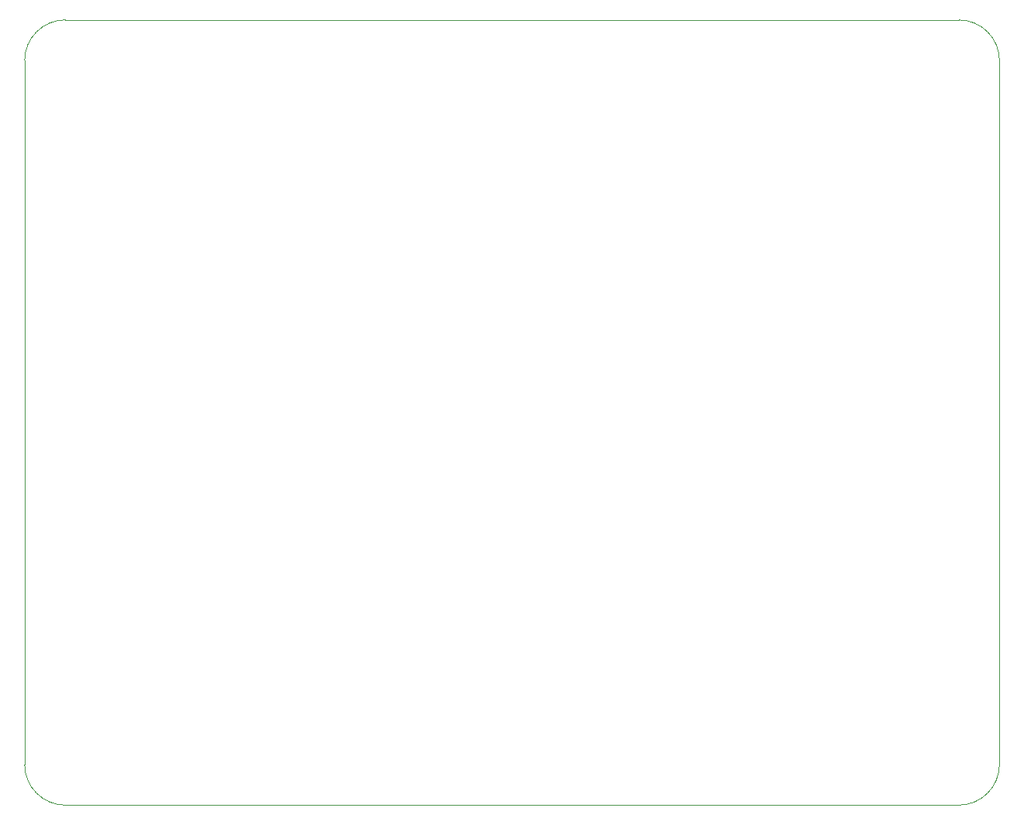
<source format=gm1>
%TF.GenerationSoftware,KiCad,Pcbnew,(6.0.4)*%
%TF.CreationDate,2022-07-21T23:48:58+02:00*%
%TF.ProjectId,wizza,77697a7a-612e-46b6-9963-61645f706362,v1.0.0*%
%TF.SameCoordinates,Original*%
%TF.FileFunction,Profile,NP*%
%FSLAX46Y46*%
G04 Gerber Fmt 4.6, Leading zero omitted, Abs format (unit mm)*
G04 Created by KiCad (PCBNEW (6.0.4)) date 2022-07-21 23:48:58*
%MOMM*%
%LPD*%
G01*
G04 APERTURE LIST*
%TA.AperFunction,Profile*%
%ADD10C,0.050000*%
%TD*%
G04 APERTURE END LIST*
D10*
X148316185Y41254903D02*
X148319791Y118263254D01*
X41764854Y41253254D02*
G75*
G03*
X46209791Y36808254I4444946J-54D01*
G01*
X148319854Y118263254D02*
G75*
G03*
X143874791Y122708254I-4445054J-54D01*
G01*
X46209791Y36808254D02*
X143871185Y36809903D01*
X41761149Y118266118D02*
X41764791Y41253254D01*
X143874791Y122708254D02*
X46206149Y122711118D01*
X46206149Y122711121D02*
G75*
G03*
X41761149Y118266118I1J-4445001D01*
G01*
X143871185Y36809915D02*
G75*
G03*
X148316185Y41254903I15J4444985D01*
G01*
M02*

</source>
